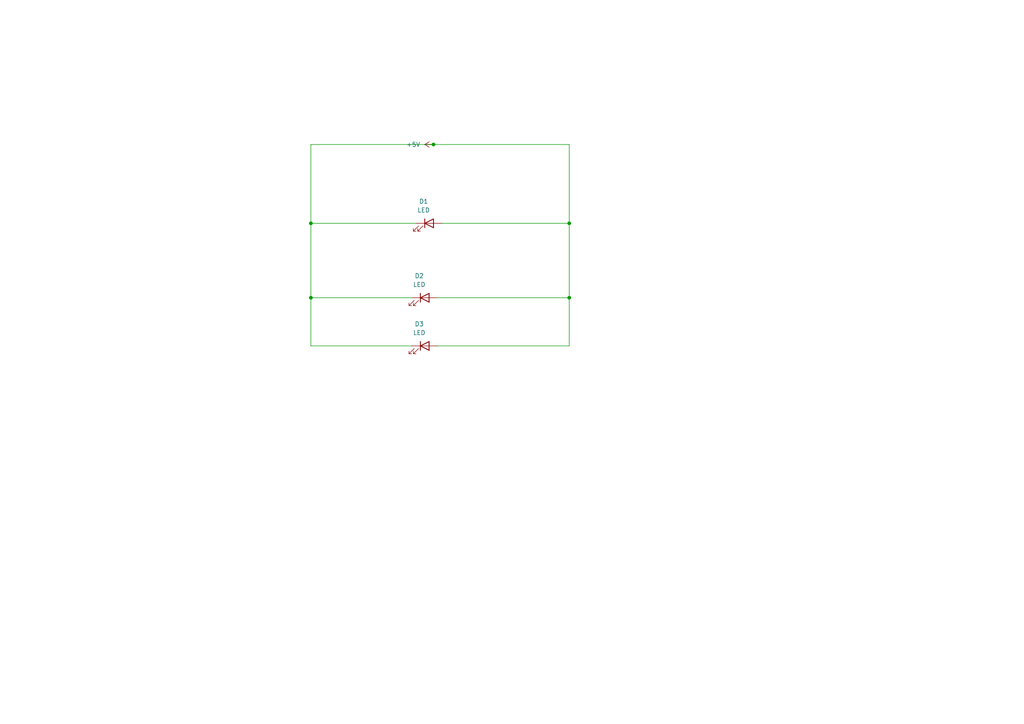
<source format=kicad_sch>
(kicad_sch (version 20231120) (generator "eeschema") (generator_version "8.0")
  (paper "A4")
  (lib_symbols
    (symbol "Device:LED" (pin_numbers hide) (pin_names (offset 1.016) hide)
      (property "Reference" "D" (at 0 2.54 0))
      (property "Value" "LED" (at 0 -2.54 0))
      (symbol "LED_0_1"
        (polyline (pts (xy -1.27 -1.27) (xy -1.27 1.27)) (stroke (width 0.254)))
        (polyline (pts (xy -1.27 0) (xy 1.27 0)))
        (polyline (pts (xy 1.27 -1.27) (xy 1.27 1.27) (xy -1.27 0) (xy 1.27 -1.27)) (stroke (width 0.254)))
        (polyline (pts (xy -3.048 -0.762) (xy -4.572 -2.286) (xy -3.81 -2.286) (xy -4.572 -2.286) (xy -4.572 -1.524)))
        (polyline (pts (xy -1.778 -0.762) (xy -3.302 -2.286) (xy -2.54 -2.286) (xy -3.302 -2.286) (xy -3.302 -1.524)))
      )
      (symbol "LED_1_1"
        (pin passive line (at -3.81 0 0) (length 2.54) (name "K") (number "1"))
        (pin passive line (at 3.81 0 180) (length 2.54) (name "A") (number "2"))
      )
    )
    (symbol "power:+5V" (power) (pin_numbers hide) (pin_names (offset 0) hide)
      (property "Value" "+5V" (at 0 3.556 0))
      (symbol "+5V_0_1"
        (polyline (pts (xy -0.762 1.27) (xy 0 2.54)))
        (polyline (pts (xy 0 0) (xy 0 2.54)))
        (polyline (pts (xy 0 2.54) (xy 0.762 1.27)))
      )
      (symbol "+5V_1_1"
        (pin power_in line (at 0 0 90) (length 0) (name "~") (number "1"))
      )
    )
  )
  (junction (at 90.17 64.77))
  (junction (at 165.1 86.36))
  (junction (at 90.17 86.36))
  (junction (at 125.73 41.91))
  (junction (at 165.1 64.77))
  (wire (pts (xy 90.17 64.77) (xy 120.65 64.77)))
  (wire (pts (xy 90.17 86.36) (xy 90.17 100.33)))
  (wire (pts (xy 127 86.36) (xy 165.1 86.36)))
  (wire (pts (xy 90.17 41.91) (xy 125.73 41.91)))
  (wire (pts (xy 165.1 100.33) (xy 165.1 86.36)))
  (wire (pts (xy 90.17 64.77) (xy 90.17 86.36)))
  (wire (pts (xy 90.17 86.36) (xy 119.38 86.36)))
  (wire (pts (xy 127 100.33) (xy 165.1 100.33)))
  (wire (pts (xy 90.17 100.33) (xy 119.38 100.33)))
  (wire (pts (xy 165.1 64.77) (xy 165.1 86.36)))
  (wire (pts (xy 128.27 64.77) (xy 165.1 64.77)))
  (wire (pts (xy 90.17 64.77) (xy 90.17 41.91)))
  (wire (pts (xy 165.1 41.91) (xy 165.1 64.77)))
  (wire (pts (xy 125.73 41.91) (xy 165.1 41.91)))
  (symbol (lib_id "power:+5V") (at 125.73 41.91 90) (unit 1)
    (property "Reference" "#PWR01" (effects (hide yes)))
    (property "Value" "+5V" (at 121.92 41.9099 90) (effects (justify left)))
    (property "Description" "Power symbol creates a global label with name \"+5V\"" (effects (hide yes)))
  )
  (symbol (lib_id "Device:LED") (at 124.46 64.77 0) (unit 1)
    (property "Reference" "D1" (at 122.8725 58.42 0))
    (property "Value" "LED" (at 122.8725 60.96 0))
    (property "Description" "Light emitting diode" (effects (hide yes)))
  )
  (symbol (lib_id "Device:LED") (at 123.19 86.36 0) (unit 1)
    (property "Reference" "D2" (at 121.6025 80.01 0))
    (property "Value" "LED" (at 121.6025 82.55 0))
    (property "Description" "Light emitting diode" (effects (hide yes)))
  )
  (symbol (lib_id "Device:LED") (at 123.19 100.33 0) (unit 1)
    (property "Reference" "D3" (at 121.6025 93.98 0))
    (property "Value" "LED" (at 121.6025 96.52 0))
    (property "Description" "Light emitting diode" (effects (hide yes)))
  )
)
</source>
